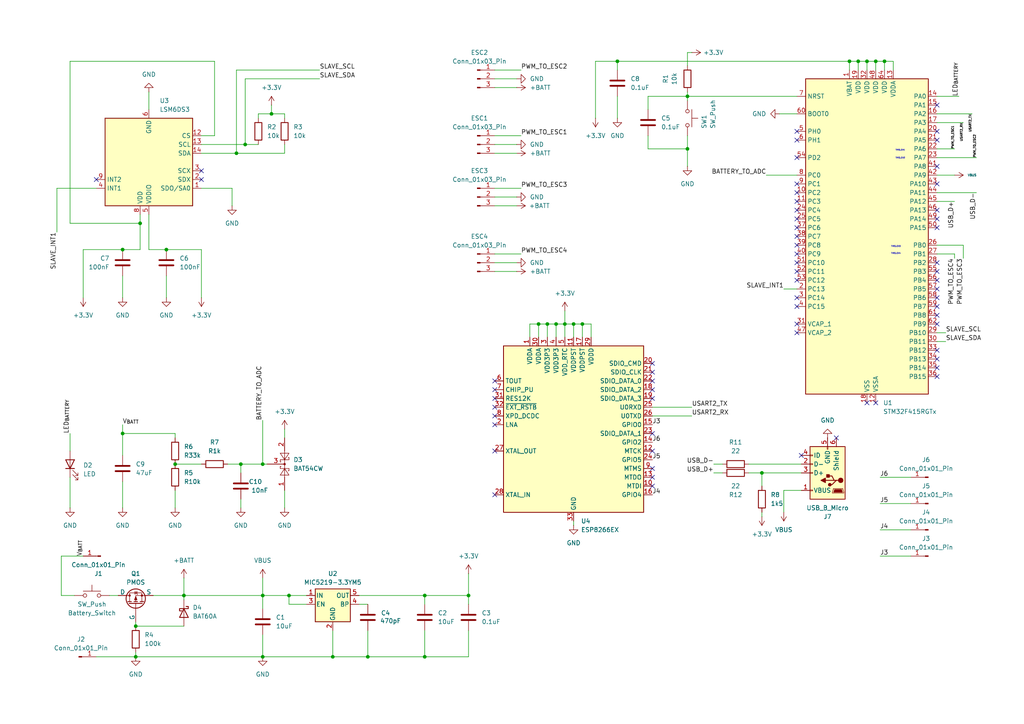
<source format=kicad_sch>
(kicad_sch (version 20250114) (generator "eeschema") (generator_version "9.0")
  (paper "A4")
  (title_block (title "Drone V1") (date "2025/09/16") (rev "1") (company "S'thabiso Lushaba") (comment 1 "sthabisoslushaba@gmail.com"))
  (lib_symbols
    (symbol "Connector:Conn_01x01_Pin" (pin_names (offset 1.016) (hide yes))
      (property "Reference" "J" (at 0 2.54 0))
      (property "Value" "Conn_01x01_Pin" (at 0 -2.54 0))
      (symbol "Conn_01x01_Pin_1_1"
        (pin passive line (at 5.08 0 180) (length 3.81) (name "Pin_1") (number "1"))
      )
    )
    (symbol "Connector:Conn_01x03_Pin" (pin_names (offset 1.016) (hide yes))
      (property "Reference" "J" (at 0 5.08 0))
      (property "Value" "Conn_01x03_Pin" (at 0 -5.08 0))
      (symbol "Conn_01x03_Pin_1_1"
        (pin passive line (at 5.08 2.54 180) (length 3.81) (name "Pin_1") (number "1"))
        (pin passive line (at 5.08 0 180) (length 3.81) (name "Pin_2") (number "2"))
        (pin passive line (at 5.08 -2.54 180) (length 3.81) (name "Pin_3") (number "3"))
      )
    )
    (symbol "Connector:USB_B_Micro" (pin_names (offset 1.016))
      (property "Reference" "J" (at -5.08 11.43 0))
      (property "Value" "USB_B_Micro" (at -5.08 8.89 0))
      (symbol "USB_B_Micro_1_1"
        (pin passive line (at -2.54 -10.16 90) (length 2.54) (name "Shield") (number "6"))
        (pin power_out line (at 0 -10.16 90) (length 2.54) (name "GND") (number "5"))
        (pin power_out line (at 7.62 5.08 180) (length 2.54) (name "VBUS") (number "1"))
        (pin bidirectional line (at 7.62 0 180) (length 2.54) (name "D+") (number "3"))
        (pin bidirectional line (at 7.62 -2.54 180) (length 2.54) (name "D-") (number "2"))
        (pin passive line (at 7.62 -5.08 180) (length 2.54) (name "ID") (number "4"))
      )
    )
    (symbol "Device:C" (pin_numbers (hide yes)) (pin_names (offset 0.254))
      (property "Reference" "C" (at 0.635 2.54 0))
      (property "Value" "C" (at 0.635 -2.54 0))
      (symbol "C_1_1"
        (pin passive line (at 0 3.81 270) (length 2.794) (name "~") (number "1"))
        (pin passive line (at 0 -3.81 90) (length 2.794) (name "~") (number "2"))
      )
    )
    (symbol "Device:LED" (pin_numbers (hide yes)) (pin_names (offset 1.016) (hide yes))
      (property "Reference" "D" (at 0 2.54 0))
      (property "Value" "LED" (at 0 -2.54 0))
      (symbol "LED_1_1"
        (pin passive line (at -3.81 0 0) (length 2.54) (name "K") (number "1"))
        (pin passive line (at 3.81 0 180) (length 2.54) (name "A") (number "2"))
      )
    )
    (symbol "Device:R" (pin_numbers (hide yes)) (pin_names (offset 0))
      (property "Reference" "R" (at 2.032 0 90))
      (property "Value" "R" (at 0 0 90))
      (symbol "R_1_1"
        (pin passive line (at 0 3.81 270) (length 1.27) (name "~") (number "1"))
        (pin passive line (at 0 -3.81 90) (length 1.27) (name "~") (number "2"))
      )
    )
    (symbol "Diode:BAT54CW" (pin_names (offset 1.016))
      (property "Reference" "D" (at 0.635 -3.81 0))
      (property "Value" "BAT54CW" (at -6.35 3.175 0))
      (symbol "BAT54CW_1_1"
        (pin passive line (at -7.62 0 0) (length 3.81) (name "~") (number "1"))
        (pin passive line (at 0 -5.08 90) (length 5.08) (name "~") (number "3"))
        (pin passive line (at 7.62 0 180) (length 3.81) (name "~") (number "2"))
      )
    )
    (symbol "Diode:BAT60A" (pin_numbers (hide yes)) (pin_names (offset 1.016) (hide yes))
      (property "Reference" "D" (at 0 2.54 0))
      (property "Value" "BAT60A" (at 0 -2.54 0))
      (symbol "BAT60A_1_1"
        (pin passive line (at -3.81 0 0) (length 2.54) (name "K") (number "1"))
        (pin passive line (at 3.81 0 180) (length 2.54) (name "A") (number "2"))
      )
    )
    (symbol "MCU_Espressif:ESP8266EX"
      (property "Reference" "U" (at 0 2.54 0))
      (property "Value" "ESP8266EX" (at 0 -2.54 0))
      (symbol "ESP8266EX_1_1"
        (pin input line (at -22.86 12.7 0) (length 2.54) (name "TOUT") (number "6"))
        (pin input line (at -22.86 10.16 0) (length 2.54) (name "CHIP_PU") (number "7"))
        (pin input line (at -22.86 7.62 0) (length 2.54) (name "RES12K") (number "31"))
        (pin input line (at -22.86 5.08 0) (length 2.54) (name "~{EXT_RSTB}") (number "32"))
        (pin bidirectional line (at -22.86 2.54 0) (length 2.54) (name "XPD_DCDC") (number "8"))
        (pin bidirectional line (at -22.86 0 0) (length 2.54) (name "LNA") (number "2"))
        (pin bidirectional line (at -22.86 -7.62 0) (length 2.54) (name "XTAL_OUT") (number "27"))
        (pin bidirectional line (at -22.86 -20.32 0) (length 2.54) (name "XTAL_IN") (number "28"))
        (pin power_in line (at -12.7 25.4 270) (length 2.54) (name "VDDA") (number "1"))
        (pin power_in line (at -10.16 25.4 270) (length 2.54) (name "VDDA") (number "30"))
        (pin power_in line (at -7.62 25.4 270) (length 2.54) (name "VDD3P3") (number "3"))
        (pin power_in line (at -5.08 25.4 270) (length 2.54) (name "VDD3P3") (number "4"))
        (pin power_in line (at -2.54 25.4 270) (length 2.54) (name "VDD_RTC") (number "5"))
        (pin power_in line (at 0 25.4 270) (length 2.54) (name "VDDPST") (number "11"))
        (pin power_in line (at 0 -27.94 90) (length 2.54) (name "GND") (number "33"))
        (pin power_in line (at 2.54 25.4 270) (length 2.54) (name "VDDPST") (number "17"))
        (pin power_in line (at 5.08 25.4 270) (length 2.54) (name "VDDD") (number "29"))
        (pin bidirectional line (at 22.86 17.78 180) (length 2.54) (name "SDIO_CMD") (number "20"))
        (pin bidirectional line (at 22.86 15.24 180) (length 2.54) (name "SDIO_CLK") (number "21"))
        (pin bidirectional line (at 22.86 12.7 180) (length 2.54) (name "SDIO_DATA_0") (number "22"))
        (pin bidirectional line (at 22.86 10.16 180) (length 2.54) (name "SDIO_DATA_2") (number "18"))
        (pin bidirectional line (at 22.86 7.62 180) (length 2.54) (name "SDIO_DATA_3") (number "19"))
        (pin bidirectional line (at 22.86 5.08 180) (length 2.54) (name "U0RXD") (number "25"))
        (pin bidirectional line (at 22.86 2.54 180) (length 2.54) (name "U0TXD") (number "26"))
        (pin bidirectional line (at 22.86 0 180) (length 2.54) (name "GPIO0") (number "15"))
        (pin bidirectional line (at 22.86 -2.54 180) (length 2.54) (name "SDIO_DATA_1") (number "23"))
        (pin bidirectional line (at 22.86 -5.08 180) (length 2.54) (name "GPIO2") (number "14"))
        (pin bidirectional line (at 22.86 -7.62 180) (length 2.54) (name "MTCK") (number "12"))
        (pin bidirectional line (at 22.86 -10.16 180) (length 2.54) (name "GPIO5") (number "24"))
        (pin bidirectional line (at 22.86 -12.7 180) (length 2.54) (name "MTMS") (number "9"))
        (pin bidirectional line (at 22.86 -15.24 180) (length 2.54) (name "MTDO") (number "13"))
        (pin bidirectional line (at 22.86 -17.78 180) (length 2.54) (name "MTDI") (number "10"))
        (pin bidirectional line (at 22.86 -20.32 180) (length 2.54) (name "GPIO4") (number "16"))
      )
    )
    (symbol "MCU_ST_STM32F4:STM32F415RGTx"
      (property "Reference" "U" (at -17.78 46.99 0))
      (property "Value" "STM32F415RGTx" (at 10.16 46.99 0))
      (symbol "STM32F415RGTx_1_1"
        (pin input line (at -20.32 40.64 0) (length 2.54) (name "NRST") (number "7"))
        (pin input line (at -20.32 35.56 0) (length 2.54) (name "BOOT0") (number "60"))
        (pin bidirectional line (at -20.32 30.48 0) (length 2.54) (name "PH0") (number "5"))
        (pin bidirectional line (at -20.32 27.94 0) (length 2.54) (name "PH1") (number "6"))
        (pin bidirectional line (at -20.32 22.86 0) (length 2.54) (name "PD2") (number "54"))
        (pin bidirectional line (at -20.32 17.78 0) (length 2.54) (name "PC0") (number "8"))
        (pin bidirectional line (at -20.32 15.24 0) (length 2.54) (name "PC1") (number "9"))
        (pin bidirectional line (at -20.32 12.7 0) (length 2.54) (name "PC2") (number "10"))
        (pin bidirectional line (at -20.32 10.16 0) (length 2.54) (name "PC3") (number "11"))
        (pin bidirectional line (at -20.32 7.62 0) (length 2.54) (name "PC4") (number "24"))
        (pin bidirectional line (at -20.32 5.08 0) (length 2.54) (name "PC5") (number "25"))
        (pin bidirectional line (at -20.32 2.54 0) (length 2.54) (name "PC6") (number "37"))
        (pin bidirectional line (at -20.32 0 0) (length 2.54) (name "PC7") (number "38"))
        (pin bidirectional line (at -20.32 -2.54 0) (length 2.54) (name "PC8") (number "39"))
        (pin bidirectional line (at -20.32 -5.08 0) (length 2.54) (name "PC9") (number "40"))
        (pin bidirectional line (at -20.32 -7.62 0) (length 2.54) (name "PC10") (number "51"))
        (pin bidirectional line (at -20.32 -10.16 0) (length 2.54) (name "PC11") (number "52"))
        (pin bidirectional line (at -20.32 -12.7 0) (length 2.54) (name "PC12") (number "53"))
        (pin bidirectional line (at -20.32 -15.24 0) (length 2.54) (name "PC13") (number "2"))
        (pin bidirectional line (at -20.32 -17.78 0) (length 2.54) (name "PC14") (number "3"))
        (pin bidirectional line (at -20.32 -20.32 0) (length 2.54) (name "PC15") (number "4"))
        (pin power_out line (at -20.32 -25.4 0) (length 2.54) (name "VCAP_1") (number "31"))
        (pin power_out line (at -20.32 -27.94 0) (length 2.54) (name "VCAP_2") (number "47"))
        (pin power_in line (at -5.08 48.26 270) (length 2.54) (name "VBAT") (number "1"))
        (pin power_in line (at -2.54 48.26 270) (length 2.54) (name "VDD") (number "19"))
        (pin power_in line (at 0 48.26 270) (length 2.54) (name "VDD") (number "32"))
        (pin power_in line (at 0 -48.26 90) (length 2.54) (name "VSS") (number "18"))
        (pin passive line (at 0 -48.26 90) (length 2.54) (hide yes) (name "VSS") (number "63"))
        (pin power_in line (at 2.54 48.26 270) (length 2.54) (name "VDD") (number "48"))
        (pin power_in line (at 2.54 -48.26 90) (length 2.54) (name "VSSA") (number "12"))
        (pin power_in line (at 5.08 48.26 270) (length 2.54) (name "VDD") (number "64"))
        (pin power_in line (at 7.62 48.26 270) (length 2.54) (name "VDDA") (number "13"))
        (pin bidirectional line (at 20.32 40.64 180) (length 2.54) (name "PA0") (number "14"))
        (pin bidirectional line (at 20.32 38.1 180) (length 2.54) (name "PA1") (number "15"))
        (pin bidirectional line (at 20.32 35.56 180) (length 2.54) (name "PA2") (number "16"))
        (pin bidirectional line (at 20.32 33.02 180) (length 2.54) (name "PA3") (number "17"))
        (pin bidirectional line (at 20.32 30.48 180) (length 2.54) (name "PA4") (number "20"))
        (pin bidirectional line (at 20.32 27.94 180) (length 2.54) (name "PA5") (number "21"))
        (pin bidirectional line (at 20.32 25.4 180) (length 2.54) (name "PA6") (number "22"))
        (pin bidirectional line (at 20.32 22.86 180) (length 2.54) (name "PA7") (number "23"))
        (pin bidirectional line (at 20.32 20.32 180) (length 2.54) (name "PA8") (number "41"))
        (pin bidirectional line (at 20.32 17.78 180) (length 2.54) (name "PA9") (number "42"))
        (pin bidirectional line (at 20.32 15.24 180) (length 2.54) (name "PA10") (number "43"))
        (pin bidirectional line (at 20.32 12.7 180) (length 2.54) (name "PA11") (number "44"))
        (pin bidirectional line (at 20.32 10.16 180) (length 2.54) (name "PA12") (number "45"))
        (pin bidirectional line (at 20.32 7.62 180) (length 2.54) (name "PA13") (number "46"))
        (pin bidirectional line (at 20.32 5.08 180) (length 2.54) (name "PA14") (number "49"))
        (pin bidirectional line (at 20.32 2.54 180) (length 2.54) (name "PA15") (number "50"))
        (pin bidirectional line (at 20.32 -2.54 180) (length 2.54) (name "PB0") (number "26"))
        (pin bidirectional line (at 20.32 -5.08 180) (length 2.54) (name "PB1") (number "27"))
        (pin bidirectional line (at 20.32 -7.62 180) (length 2.54) (name "PB2") (number "28"))
        (pin bidirectional line (at 20.32 -10.16 180) (length 2.54) (name "PB3") (number "55"))
        (pin bidirectional line (at 20.32 -12.7 180) (length 2.54) (name "PB4") (number "56"))
        (pin bidirectional line (at 20.32 -15.24 180) (length 2.54) (name "PB5") (number "57"))
        (pin bidirectional line (at 20.32 -17.78 180) (length 2.54) (name "PB6") (number "58"))
        (pin bidirectional line (at 20.32 -20.32 180) (length 2.54) (name "PB7") (number "59"))
        (pin bidirectional line (at 20.32 -22.86 180) (length 2.54) (name "PB8") (number "61"))
        (pin bidirectional line (at 20.32 -25.4 180) (length 2.54) (name "PB9") (number "62"))
        (pin bidirectional line (at 20.32 -27.94 180) (length 2.54) (name "PB10") (number "29"))
        (pin bidirectional line (at 20.32 -30.48 180) (length 2.54) (name "PB11") (number "30"))
        (pin bidirectional line (at 20.32 -33.02 180) (length 2.54) (name "PB12") (number "33"))
        (pin bidirectional line (at 20.32 -35.56 180) (length 2.54) (name "PB13") (number "34"))
        (pin bidirectional line (at 20.32 -38.1 180) (length 2.54) (name "PB14") (number "35"))
        (pin bidirectional line (at 20.32 -40.64 180) (length 2.54) (name "PB15") (number "36"))
      )
    )
    (symbol "Regulator_Linear:MIC5219-3.3YM5" (pin_names (offset 0.254))
      (property "Reference" "U" (at -3.81 5.715 0))
      (property "Value" "MIC5219-3.3YM5" (at 0 5.715 0))
      (symbol "MIC5219-3.3YM5_1_1"
        (pin power_in line (at -7.62 2.54 0) (length 2.54) (name "IN") (number "1"))
        (pin input line (at -7.62 0 0) (length 2.54) (name "EN") (number "3"))
        (pin power_in line (at 0 -7.62 90) (length 2.54) (name "GND") (number "2"))
        (pin power_out line (at 7.62 2.54 180) (length 2.54) (name "OUT") (number "5"))
        (pin input line (at 7.62 0 180) (length 2.54) (name "BP") (number "4"))
      )
    )
    (symbol "Sensor_Motion:LSM6DS3"
      (property "Reference" "U" (at -11.43 15.24 0))
      (property "Value" "LSM6DS3" (at -11.43 12.7 0))
      (symbol "LSM6DS3_1_1"
        (pin bidirectional line (at -15.24 7.62 0) (length 2.54) (name "SDO/SA0") (number "1"))
        (pin bidirectional line (at -15.24 5.08 0) (length 2.54) (name "SDX") (number "2"))
        (pin input line (at -15.24 2.54 0) (length 2.54) (name "SCX") (number "3"))
        (pin bidirectional line (at -15.24 -2.54 0) (length 2.54) (name "SDA") (number "14"))
        (pin input line (at -15.24 -5.08 0) (length 2.54) (name "SCL") (number "13"))
        (pin input line (at -15.24 -7.62 0) (length 2.54) (name "CS") (number "12"))
        (pin power_in line (at 0 15.24 270) (length 2.54) (name "VDDIO") (number "5"))
        (pin power_in line (at 0 -15.24 90) (length 2.54) (name "GND") (number "6"))
        (pin passive line (at 0 -15.24 90) (length 2.54) (hide yes) (name "GND") (number "7"))
        (pin power_in line (at 2.54 15.24 270) (length 2.54) (name "VDD") (number "8"))
        (pin no_connect line (at 12.7 -2.54 180) (length 3.81) (hide yes) (name "NC") (number "11"))
        (pin no_connect line (at 12.7 -5.08 180) (length 3.81) (hide yes) (name "NC") (number "10"))
        (pin output line (at 15.24 7.62 180) (length 2.54) (name "INT1") (number "4"))
        (pin output line (at 15.24 5.08 180) (length 2.54) (name "INT2") (number "9"))
      )
    )
    (symbol "Simulation_SPICE:PMOS" (pin_numbers (hide yes)) (pin_names (offset 0))
      (property "Reference" "Q" (at 5.08 1.27 0))
      (property "Value" "PMOS" (at 5.08 -1.27 0))
      (symbol "PMOS_1_1"
        (pin input line (at -5.08 0 0) (length 2.54) (name "G") (number "2"))
        (pin passive line (at 2.54 5.08 270) (length 2.54) (name "D") (number "1"))
        (pin passive line (at 2.54 -5.08 90) (length 2.54) (name "S") (number "3"))
      )
    )
    (symbol "Switch:SW_Push" (pin_numbers (hide yes)) (pin_names (offset 1.016) (hide yes))
      (property "Reference" "SW" (at 1.27 2.54 0))
      (property "Value" "SW_Push" (at 0 -1.524 0))
      (symbol "SW_Push_0_1"
        (pin passive line (at -5.08 0 0) (length 2.54) (name "1") (number "1"))
        (pin passive line (at 5.08 0 180) (length 2.54) (name "2") (number "2"))
      )
    )
    (symbol "power:+3.3V" (power) (pin_numbers (hide yes)) (pin_names (offset 0) (hide yes))
      (property "Value" "+3.3V" (at 0 3.556 0))
      (symbol "+3.3V_1_1"
        (pin power_in line (at 0 0 90) (length 0) (name "~") (number "1"))
      )
    )
    (symbol "power:+BATT" (power) (pin_numbers (hide yes)) (pin_names (offset 0) (hide yes))
      (property "Value" "+BATT" (at 0 3.556 0))
      (symbol "+BATT_1_1"
        (pin power_in line (at 0 0 90) (length 0) (name "~") (number "1"))
      )
    )
    (symbol "power:GND" (power) (pin_numbers (hide yes)) (pin_names (offset 0) (hide yes))
      (property "Value" "GND" (at 0 -3.81 0))
      (symbol "GND_1_1"
        (pin power_in line (at 0 0 270) (length 0) (name "~") (number "1"))
      )
    )
    (symbol "power:VBUS" (power) (pin_numbers (hide yes)) (pin_names (offset 0) (hide yes))
      (property "Value" "VBUS" (at 0 3.556 0))
      (symbol "VBUS_1_1"
        (pin power_in line (at 0 0 90) (length 0) (name "~") (number "1"))
      )
    )
  )
  (text "TIM3_CH3" (at 259.842 71.628 0) (effects (font (size 0.381 0.381))))
  (text "TIM3_CH2\n" (at 261.112 45.974 0) (effects (font (size 0.381 0.381))))
  (text "TIM3_CH1" (at 261.112 43.688 0) (effects (font (size 0.381 0.381))))
  (text "TIM3_CH4\n" (at 259.842 73.66 0) (effects (font (size 0.381 0.381))))
  (junction (at 71.12 41.91))
  (junction (at 251.46 17.78))
  (junction (at 248.92 17.78))
  (junction (at 78.74 33.02))
  (junction (at 40.64 64.77))
  (junction (at 156.21 93.98))
  (junction (at 76.2 172.72))
  (junction (at 76.2 190.5))
  (junction (at 69.85 134.62))
  (junction (at 96.52 190.5))
  (junction (at 161.29 93.98))
  (junction (at 48.26 72.39))
  (junction (at 254 17.78))
  (junction (at 83.82 172.72))
  (junction (at 135.89 172.72))
  (junction (at 53.34 172.72))
  (junction (at 179.07 17.78))
  (junction (at 35.56 72.39))
  (junction (at 168.91 93.98))
  (junction (at 68.58 44.45))
  (junction (at 163.83 93.98))
  (junction (at 166.37 93.98))
  (junction (at 123.19 172.72))
  (junction (at 39.37 181.61))
  (junction (at 76.2 134.62))
  (junction (at 199.39 43.18))
  (junction (at 220.98 137.16))
  (junction (at 106.68 190.5))
  (junction (at 123.19 190.5))
  (junction (at 50.8 134.62))
  (junction (at 246.38 17.78))
  (junction (at 158.75 93.98))
  (junction (at 199.39 27.94))
  (junction (at 35.56 125.73))
  (junction (at 39.37 190.5))
  (junction (at 256.54 17.78))
  (no_connect (at 189.23 107.95))
  (no_connect (at 271.78 81.28))
  (no_connect (at 58.42 52.07))
  (no_connect (at 271.78 88.9))
  (no_connect (at 231.14 60.96))
  (no_connect (at 231.14 66.04))
  (no_connect (at 231.14 76.2))
  (no_connect (at 189.23 113.03))
  (no_connect (at 231.14 88.9))
  (no_connect (at 242.57 127))
  (no_connect (at 231.14 93.98))
  (no_connect (at 189.23 130.81))
  (no_connect (at 231.14 53.34))
  (no_connect (at 143.51 113.03))
  (no_connect (at 143.51 118.11))
  (no_connect (at 143.51 120.65))
  (no_connect (at 271.78 60.96))
  (no_connect (at 271.78 104.14))
  (no_connect (at 143.51 110.49))
  (no_connect (at 231.14 58.42))
  (no_connect (at 271.78 93.98))
  (no_connect (at 271.78 38.1))
  (no_connect (at 231.14 81.28))
  (no_connect (at 58.42 49.53))
  (no_connect (at 143.51 115.57))
  (no_connect (at 271.78 66.04))
  (no_connect (at 143.51 123.19))
  (no_connect (at 231.14 96.52))
  (no_connect (at 271.78 86.36))
  (no_connect (at 189.23 105.41))
  (no_connect (at 271.78 78.74))
  (no_connect (at 231.14 71.12))
  (no_connect (at 231.14 40.64))
  (no_connect (at 271.78 76.2))
  (no_connect (at 189.23 140.97))
  (no_connect (at 189.23 110.49))
  (no_connect (at 143.51 130.81))
  (no_connect (at 143.51 143.51))
  (no_connect (at 231.14 73.66))
  (no_connect (at 271.78 83.82))
  (no_connect (at 231.14 55.88))
  (no_connect (at 271.78 91.44))
  (no_connect (at 271.78 48.26))
  (no_connect (at 231.14 38.1))
  (no_connect (at 251.46 116.84))
  (no_connect (at 271.78 63.5))
  (no_connect (at 271.78 30.48))
  (no_connect (at 232.41 132.08))
  (no_connect (at 271.78 106.68))
  (no_connect (at 189.23 135.89))
  (no_connect (at 231.14 63.5))
  (no_connect (at 271.78 101.6))
  (no_connect (at 189.23 125.73))
  (no_connect (at 231.14 78.74))
  (no_connect (at 27.94 52.07))
  (no_connect (at 271.78 40.64))
  (no_connect (at 231.14 86.36))
  (no_connect (at 271.78 109.22))
  (no_connect (at 189.23 138.43))
  (no_connect (at 189.23 115.57))
  (no_connect (at 254 116.84))
  (no_connect (at 271.78 53.34))
  (no_connect (at 231.14 68.58))
  (no_connect (at 231.14 45.72))
  (wire (pts (xy 179.07 17.78) (xy 246.38 17.78)))
  (wire (pts (xy 58.42 39.37) (xy 62.23 39.37)))
  (wire (pts (xy 149.86 25.4) (xy 143.51 25.4)))
  (wire (pts (xy 281.94 33.02) (xy 271.78 33.02)))
  (wire (pts (xy 67.31 54.61) (xy 67.31 59.69)))
  (wire (pts (xy 58.42 54.61) (xy 67.31 54.61)))
  (wire (pts (xy 187.96 31.75) (xy 187.96 27.94)))
  (wire (pts (xy 217.17 137.16) (xy 220.98 137.16)))
  (wire (pts (xy 161.29 93.98) (xy 163.83 93.98)))
  (wire (pts (xy 248.92 17.78) (xy 248.92 20.32)))
  (wire (pts (xy 279.4 71.12) (xy 271.78 71.12)))
  (wire (pts (xy 20.32 138.43) (xy 20.32 147.32)))
  (wire (pts (xy 256.54 17.78) (xy 259.08 17.78)))
  (wire (pts (xy 50.8 142.24) (xy 50.8 147.32)))
  (wire (pts (xy 48.26 80.01) (xy 48.26 86.36)))
  (wire (pts (xy 283.21 45.72) (xy 271.78 45.72)))
  (wire (pts (xy 27.94 54.61) (xy 16.51 54.61)))
  (wire (pts (xy 254 17.78) (xy 254 20.32)))
  (wire (pts (xy 78.74 30.48) (xy 78.74 33.02)))
  (wire (pts (xy 83.82 172.72) (xy 88.9 172.72)))
  (wire (pts (xy 69.85 134.62) (xy 69.85 137.16)))
  (wire (pts (xy 168.91 93.98) (xy 171.45 93.98)))
  (wire (pts (xy 153.67 97.79) (xy 153.67 93.98)))
  (wire (pts (xy 35.56 123.19) (xy 35.56 125.73)))
  (wire (pts (xy 53.34 172.72) (xy 53.34 173.99)))
  (wire (pts (xy 187.96 27.94) (xy 199.39 27.94)))
  (wire (pts (xy 179.07 17.78) (xy 179.07 20.32)))
  (wire (pts (xy 255.27 161.29) (xy 264.16 161.29)))
  (wire (pts (xy 24.13 72.39) (xy 35.56 72.39)))
  (wire (pts (xy 106.68 182.88) (xy 106.68 190.5)))
  (wire (pts (xy 217.17 134.62) (xy 232.41 134.62)))
  (wire (pts (xy 158.75 93.98) (xy 158.75 97.79)))
  (wire (pts (xy 74.93 33.02) (xy 78.74 33.02)))
  (wire (pts (xy 82.55 33.02) (xy 82.55 34.29)))
  (wire (pts (xy 276.86 73.66) (xy 271.78 73.66)))
  (wire (pts (xy 251.46 17.78) (xy 251.46 20.32)))
  (wire (pts (xy 172.72 34.29) (xy 172.72 17.78)))
  (wire (pts (xy 256.54 17.78) (xy 256.54 20.32)))
  (wire (pts (xy 158.75 93.98) (xy 161.29 93.98)))
  (wire (pts (xy 50.8 125.73) (xy 50.8 127)))
  (wire (pts (xy 220.98 148.59) (xy 220.98 149.86)))
  (wire (pts (xy 163.83 93.98) (xy 166.37 93.98)))
  (wire (pts (xy 39.37 189.23) (xy 39.37 190.5)))
  (wire (pts (xy 246.38 17.78) (xy 248.92 17.78)))
  (wire (pts (xy 74.93 33.02) (xy 74.93 34.29)))
  (wire (pts (xy 58.42 41.91) (xy 71.12 41.91)))
  (wire (pts (xy 71.12 41.91) (xy 71.12 22.86)))
  (wire (pts (xy 279.4 74.93) (xy 279.4 71.12)))
  (wire (pts (xy 40.64 64.77) (xy 40.64 72.39)))
  (wire (pts (xy 227.33 142.24) (xy 232.41 142.24)))
  (wire (pts (xy 17.78 172.72) (xy 21.59 172.72)))
  (wire (pts (xy 71.12 41.91) (xy 74.93 41.91)))
  (wire (pts (xy 168.91 93.98) (xy 168.91 97.79)))
  (wire (pts (xy 76.2 190.5) (xy 96.52 190.5)))
  (wire (pts (xy 207.01 134.62) (xy 209.55 134.62)))
  (wire (pts (xy 123.19 182.88) (xy 123.19 190.5)))
  (wire (pts (xy 62.23 17.78) (xy 20.32 17.78)))
  (wire (pts (xy 20.32 125.73) (xy 20.32 130.81)))
  (wire (pts (xy 123.19 172.72) (xy 135.89 172.72)))
  (wire (pts (xy 53.34 172.72) (xy 76.2 172.72)))
  (wire (pts (xy 53.34 167.64) (xy 53.34 172.72)))
  (wire (pts (xy 149.86 78.74) (xy 143.51 78.74)))
  (wire (pts (xy 88.9 175.26) (xy 83.82 175.26)))
  (wire (pts (xy 66.04 134.62) (xy 69.85 134.62)))
  (wire (pts (xy 104.14 175.26) (xy 106.68 175.26)))
  (wire (pts (xy 69.85 144.78) (xy 69.85 147.32)))
  (wire (pts (xy 68.58 44.45) (xy 82.55 44.45)))
  (wire (pts (xy 166.37 93.98) (xy 168.91 93.98)))
  (wire (pts (xy 76.2 172.72) (xy 83.82 172.72)))
  (wire (pts (xy 227.33 148.59) (xy 227.33 142.24)))
  (wire (pts (xy 104.14 172.72) (xy 123.19 172.72)))
  (wire (pts (xy 187.96 39.37) (xy 187.96 43.18)))
  (wire (pts (xy 187.96 43.18) (xy 199.39 43.18)))
  (wire (pts (xy 151.13 73.66) (xy 143.51 73.66)))
  (wire (pts (xy 44.45 172.72) (xy 53.34 172.72)))
  (wire (pts (xy 255.27 146.05) (xy 264.16 146.05)))
  (wire (pts (xy 149.86 59.69) (xy 143.51 59.69)))
  (wire (pts (xy 274.32 99.06) (xy 271.78 99.06)))
  (wire (pts (xy 83.82 175.26) (xy 83.82 172.72)))
  (wire (pts (xy 43.18 62.23) (xy 43.18 72.39)))
  (wire (pts (xy 40.64 72.39) (xy 35.56 72.39)))
  (wire (pts (xy 163.83 93.98) (xy 163.83 97.79)))
  (wire (pts (xy 58.42 44.45) (xy 68.58 44.45)))
  (wire (pts (xy 69.85 134.62) (xy 76.2 134.62)))
  (wire (pts (xy 276.86 58.42) (xy 271.78 58.42)))
  (wire (pts (xy 39.37 190.5) (xy 76.2 190.5)))
  (wire (pts (xy 20.32 64.77) (xy 40.64 64.77)))
  (wire (pts (xy 199.39 29.21) (xy 199.39 27.94)))
  (wire (pts (xy 135.89 166.37) (xy 135.89 172.72)))
  (wire (pts (xy 199.39 26.67) (xy 199.39 27.94)))
  (wire (pts (xy 166.37 151.13) (xy 166.37 152.4)))
  (wire (pts (xy 222.25 50.8) (xy 231.14 50.8)))
  (wire (pts (xy 78.74 33.02) (xy 82.55 33.02)))
  (wire (pts (xy 24.13 72.39) (xy 24.13 86.36)))
  (wire (pts (xy 276.86 74.93) (xy 276.86 73.66)))
  (wire (pts (xy 246.38 17.78) (xy 246.38 20.32)))
  (wire (pts (xy 207.01 137.16) (xy 209.55 137.16)))
  (wire (pts (xy 151.13 20.32) (xy 143.51 20.32)))
  (wire (pts (xy 200.66 120.65) (xy 189.23 120.65)))
  (wire (pts (xy 43.18 31.75) (xy 43.18 26.67)))
  (wire (pts (xy 199.39 27.94) (xy 231.14 27.94)))
  (wire (pts (xy 199.39 39.37) (xy 199.39 43.18)))
  (wire (pts (xy 27.94 190.5) (xy 39.37 190.5)))
  (wire (pts (xy 283.21 55.88) (xy 271.78 55.88)))
  (wire (pts (xy 255.27 138.43) (xy 264.16 138.43)))
  (wire (pts (xy 39.37 180.34) (xy 39.37 181.61)))
  (wire (pts (xy 220.98 137.16) (xy 220.98 140.97)))
  (wire (pts (xy 35.56 80.01) (xy 35.56 86.36)))
  (wire (pts (xy 17.78 161.29) (xy 24.13 161.29)))
  (wire (pts (xy 35.56 125.73) (xy 35.56 132.08)))
  (wire (pts (xy 76.2 172.72) (xy 76.2 176.53)))
  (wire (pts (xy 171.45 93.98) (xy 171.45 97.79)))
  (wire (pts (xy 35.56 139.7) (xy 35.56 147.32)))
  (wire (pts (xy 43.18 72.39) (xy 48.26 72.39)))
  (wire (pts (xy 231.14 33.02) (xy 226.06 33.02)))
  (wire (pts (xy 199.39 15.24) (xy 199.39 19.05)))
  (wire (pts (xy 62.23 39.37) (xy 62.23 17.78)))
  (wire (pts (xy 68.58 20.32) (xy 92.71 20.32)))
  (wire (pts (xy 82.55 124.46) (xy 82.55 127)))
  (wire (pts (xy 151.13 54.61) (xy 143.51 54.61)))
  (wire (pts (xy 20.32 17.78) (xy 20.32 64.77)))
  (wire (pts (xy 82.55 142.24) (xy 82.55 147.32)))
  (wire (pts (xy 153.67 93.98) (xy 156.21 93.98)))
  (wire (pts (xy 166.37 93.98) (xy 166.37 97.79)))
  (wire (pts (xy 16.51 54.61) (xy 16.51 67.31)))
  (wire (pts (xy 149.86 76.2) (xy 143.51 76.2)))
  (wire (pts (xy 58.42 72.39) (xy 48.26 72.39)))
  (wire (pts (xy 76.2 167.64) (xy 76.2 172.72)))
  (wire (pts (xy 40.64 62.23) (xy 40.64 64.77)))
  (wire (pts (xy 82.55 44.45) (xy 82.55 41.91)))
  (wire (pts (xy 58.42 72.39) (xy 58.42 86.36)))
  (wire (pts (xy 76.2 134.62) (xy 77.47 134.62)))
  (wire (pts (xy 278.13 27.94) (xy 271.78 27.94)))
  (wire (pts (xy 143.51 22.86) (xy 149.86 22.86)))
  (wire (pts (xy 279.4 35.56) (xy 271.78 35.56)))
  (wire (pts (xy 259.08 17.78) (xy 259.08 20.32)))
  (wire (pts (xy 123.19 190.5) (xy 135.89 190.5)))
  (wire (pts (xy 123.19 175.26) (xy 123.19 172.72)))
  (wire (pts (xy 227.33 83.82) (xy 231.14 83.82)))
  (wire (pts (xy 156.21 93.98) (xy 156.21 97.79)))
  (wire (pts (xy 200.66 118.11) (xy 189.23 118.11)))
  (wire (pts (xy 248.92 17.78) (xy 251.46 17.78)))
  (wire (pts (xy 199.39 48.26) (xy 199.39 43.18)))
  (wire (pts (xy 17.78 161.29) (xy 17.78 172.72)))
  (wire (pts (xy 271.78 43.18) (xy 276.86 43.18)))
  (wire (pts (xy 255.27 153.67) (xy 264.16 153.67)))
  (wire (pts (xy 76.2 121.92) (xy 76.2 134.62)))
  (wire (pts (xy 163.83 90.17) (xy 163.83 93.98)))
  (wire (pts (xy 149.86 57.15) (xy 143.51 57.15)))
  (wire (pts (xy 35.56 125.73) (xy 50.8 125.73)))
  (wire (pts (xy 50.8 134.62) (xy 58.42 134.62)))
  (wire (pts (xy 135.89 175.26) (xy 135.89 172.72)))
  (wire (pts (xy 31.75 172.72) (xy 34.29 172.72)))
  (wire (pts (xy 179.07 27.94) (xy 179.07 34.29)))
  (wire (pts (xy 274.32 96.52) (xy 271.78 96.52)))
  (wire (pts (xy 96.52 182.88) (xy 96.52 190.5)))
  (wire (pts (xy 151.13 39.37) (xy 143.51 39.37)))
  (wire (pts (xy 149.86 44.45) (xy 143.51 44.45)))
  (wire (pts (xy 149.86 41.91) (xy 143.51 41.91)))
  (wire (pts (xy 172.72 17.78) (xy 179.07 17.78)))
  (wire (pts (xy 156.21 93.98) (xy 158.75 93.98)))
  (wire (pts (xy 39.37 181.61) (xy 53.34 181.61)))
  (wire (pts (xy 251.46 17.78) (xy 254 17.78)))
  (wire (pts (xy 96.52 190.5) (xy 106.68 190.5)))
  (wire (pts (xy 106.68 190.5) (xy 123.19 190.5)))
  (wire (pts (xy 161.29 93.98) (xy 161.29 97.79)))
  (wire (pts (xy 76.2 184.15) (xy 76.2 190.5)))
  (wire (pts (xy 68.58 44.45) (xy 68.58 20.32)))
  (wire (pts (xy 220.98 137.16) (xy 232.41 137.16)))
  (wire (pts (xy 199.39 15.24) (xy 200.66 15.24)))
  (wire (pts (xy 135.89 182.88) (xy 135.89 190.5)))
  (wire (pts (xy 254 17.78) (xy 256.54 17.78)))
  (wire (pts (xy 71.12 22.86) (xy 92.71 22.86)))
  (wire (pts (xy 276.86 50.8) (xy 271.78 50.8)))
  (label "J3" (at 255.27 161.29 0))
  (label "PWM_TO_ESC2" (at 151.13 20.32 0))
  (label "SLAVE_SDA" (at 92.71 22.86 0))
  (label "SLAVE_INT1" (at 16.51 67.31 270))
  (label "J4" (at 255.27 153.67 0))
  (label "SLAVE_INT1" (at 227.33 83.82 180))
  (label "USB_D+" (at 276.86 58.42 270))
  (label "USART2_RX" (at 279.4 35.56 270) (effects (font (size 0.635 0.635))))
  (label "USART2_RX" (at 200.66 120.65 0))
  (label "J5" (at 255.27 146.05 0))
  (label "PWM_TO_ESC2" (at 283.21 45.72 90) (effects (font (size 0.635 0.635))))
  (label "V_{BATT}" (at 35.56 123.19 0))
  (label "PWM_TO_ESC3" (at 151.13 54.61 0))
  (label "SLAVE_SDA" (at 274.32 99.06 0))
  (label "BATTERY_TO_ADC" (at 76.2 121.92 90))
  (label "J6" (at 189.23 128.27 0))
  (label "USB_D+" (at 207.01 137.16 180))
  (label "PWM_TO_ESC4" (at 151.13 73.66 0))
  (label "BATTERY_TO_ADC" (at 222.25 50.8 180))
  (label "PWM_TO_ESC1" (at 151.13 39.37 0))
  (label "J5" (at 189.23 133.35 0))
  (label "J3" (at 189.23 123.19 0))
  (label "PWM_TO_ESC3" (at 279.4 74.93 270))
  (label "USB_D-" (at 207.01 134.62 180))
  (label "PWM_TO_ESC1" (at 276.86 43.18 90) (effects (font (size 0.635 0.635))))
  (label "V_{BATT}" (at 24.13 161.29 90))
  (label "PWM_TO_ESC4" (at 276.86 74.93 270))
  (label "SLAVE_SCL" (at 274.32 96.52 0))
  (label "LED_{BATTERY}" (at 278.13 27.94 90))
  (label "J4" (at 189.23 143.51 0))
  (label "USART2_TX" (at 200.66 118.11 0))
  (label "J6" (at 255.27 138.43 0))
  (label "LED_{BATTERY}" (at 20.32 125.73 90))
  (label "SLAVE_SCL" (at 92.71 20.32 0))
  (label "USB_D-" (at 283.21 55.88 270))
  (label "USART2_TX" (at 281.94 33.02 270) (effects (font (size 0.635 0.635))))
  (symbol (lib_id "Device:C") (at 179.07 24.13 0) (unit 1)
    (property "Reference" "C8" (at 182.88 22.8599 0) (effects (justify left)))
    (property "Value" "0.1uF" (at 182.88 25.3999 0) (effects (justify left)))
    (property "Description" "Unpolarized capacitor" (effects (hide yes)))
  )
  (symbol (lib_id "Device:R") (at 39.37 185.42 0) (unit 1)
    (property "Reference" "R4" (at 41.91 184.1499 0) (effects (justify left)))
    (property "Value" "100k" (at 41.91 186.6899 0) (effects (justify left)))
    (property "Description" "Resistor" (effects (hide yes)))
  )
  (symbol (lib_id "Device:R") (at 50.8 138.43 0) (unit 1)
    (property "Reference" "R5" (at 53.34 137.1599 0) (effects (justify left)))
    (property "Value" "R10k" (at 53.34 139.6999 0) (effects (justify left)))
    (property "Description" "Resistor" (effects (hide yes)))
  )
  (symbol (lib_id "Connector:Conn_01x03_Pin") (at 138.43 41.91 0) (unit 1)
    (property "Reference" "ESC1" (at 139.065 34.29 0))
    (property "Value" "Conn_01x03_Pin" (at 139.065 36.83 0))
    (property "Description" "Generic connector, single row, 01x03, script generated" (effects (hide yes)))
  )
  (symbol (lib_id "power:GND") (at 69.85 147.32 0) (unit 1)
    (property "Reference" "#PWR027" (effects (hide yes)))
    (property "Value" "GND" (at 69.85 152.4 0))
    (property "Description" "Power symbol creates a global label with name \"GND\" , ground" (effects (hide yes)))
  )
  (symbol (lib_id "Device:C") (at 135.89 179.07 0) (unit 1)
    (property "Reference" "C3" (at 139.7 177.7999 0) (effects (justify left)))
    (property "Value" "0.1uF" (at 139.7 180.3399 0) (effects (justify left)))
    (property "Description" "Unpolarized capacitor" (effects (hide yes)))
  )
  (symbol (lib_id "Device:R") (at 50.8 130.81 0) (unit 1)
    (property "Reference" "R6" (at 53.34 129.5399 0) (effects (justify left)))
    (property "Value" "R33k" (at 53.34 132.0799 0) (effects (justify left)))
    (property "Description" "Resistor" (effects (hide yes)))
  )
  (symbol (lib_id "Device:C") (at 35.56 76.2 0) (mirror y) (unit 1)
    (property "Reference" "C7" (at 31.75 74.9299 0) (effects (justify left)))
    (property "Value" "100nF" (at 31.75 77.4699 0) (effects (justify left)))
    (property "Description" "Unpolarized capacitor" (effects (hide yes)))
  )
  (symbol (lib_id "power:GND") (at 149.86 76.2 90) (unit 1)
    (property "Reference" "#PWR018" (effects (hide yes)))
    (property "Value" "GND" (at 153.67 76.1999 90) (effects (justify right)))
    (property "Description" "Power symbol creates a global label with name \"GND\" , ground" (effects (hide yes)))
  )
  (symbol (lib_id "power:+3.3V") (at 200.66 15.24 270) (unit 1)
    (property "Reference" "#PWR014" (effects (hide yes)))
    (property "Value" "+3.3V" (at 203.962 15.24 90) (effects (justify left)))
    (property "Description" "Power symbol creates a global label with name \"+3.3V\"" (effects (hide yes)))
  )
  (symbol (lib_id "Device:R") (at 62.23 134.62 270) (unit 1)
    (property "Reference" "R7" (at 62.23 128.27 90))
    (property "Value" "R1k" (at 62.23 130.81 90))
    (property "Description" "Resistor" (effects (hide yes)))
  )
  (symbol (lib_id "Sensor_Motion:LSM6DS3") (at 43.18 46.99 180) (unit 1)
    (property "Reference" "U3" (at 46.2981 29.21 0) (effects (justify right)))
    (property "Value" "LSM6DS3" (at 46.2981 31.75 0) (effects (justify right)))
    (property "Footprint" "Package_LGA:LGA-14_3x2.5mm_P0.5mm_LayoutBorder3x4y" (effects (hide yes)))
    (property "Datasheet" "https://www.st.com/resource/en/datasheet/lsm6ds3tr-c.pdf" (effects (hide yes)))
    (property "Description" "I2C/SPI, iNEMO inertial module: always-on 3D accelerometer and 3D gyroscope" (effects (hide yes)))
  )
  (symbol (lib_id "power:GND") (at 149.86 41.91 90) (unit 1)
    (property "Reference" "#PWR016" (effects (hide yes)))
    (property "Value" "GND" (at 153.67 41.9099 90) (effects (justify right)))
    (property "Description" "Power symbol creates a global label with name \"GND\" , ground" (effects (hide yes)))
  )
  (symbol (lib_id "power:GND") (at 226.06 33.02 270) (unit 1)
    (property "Reference" "#PWR01" (effects (hide yes)))
    (property "Value" "GND" (at 222.25 33.0199 90) (effects (justify right)))
    (property "Description" "Power symbol creates a global label with name \"GND\" , ground" (effects (hide yes)))
  )
  (symbol (lib_id "Switch:SW_Push") (at 199.39 34.29 270) (mirror x) (unit 1)
    (property "Reference" "SW1" (at 204.216 37.338 0) (effects (justify left)))
    (property "Value" "SW_Push" (at 206.756 37.338 0) (effects (justify left)))
    (property "Description" "Push button switch, generic, two pins" (effects (hide yes)))
  )
  (symbol (lib_id "power:VBUS") (at 276.86 50.8 270) (unit 1)
    (property "Reference" "#PWR037" (effects (hide yes)))
    (property "Value" "VBUS" (at 280.67 50.8 90) (effects (font (size 0.635 0.635)) (justify left)))
    (property "Description" "Power symbol creates a global label with name \"VBUS\"" (effects (hide yes)))
  )
  (symbol (lib_id "Connector:Conn_01x01_Pin") (at 29.21 161.29 180) (unit 1)
    (property "Reference" "J1" (at 28.575 166.37 0))
    (property "Value" "Conn_01x01_Pin" (at 28.575 163.83 0))
    (property "Description" "Generic connector, single row, 01x01, script generated" (effects (hide yes)))
  )
  (symbol (lib_id "power:GND") (at 35.56 86.36 0) (mirror y) (unit 1)
    (property "Reference" "#PWR06" (effects (hide yes)))
    (property "Value" "GND" (at 35.56 91.44 0))
    (property "Description" "Power symbol creates a global label with name \"GND\" , ground" (effects (hide yes)))
  )
  (symbol (lib_id "Regulator_Linear:MIC5219-3.3YM5") (at 96.52 175.26 0) (unit 1)
    (property "Reference" "U2" (at 96.52 166.37 0))
    (property "Value" "MIC5219-3.3YM5" (at 96.52 168.91 0))
    (property "Footprint" "Package_TO_SOT_SMD:SOT-23-5" (effects (hide yes)))
    (property "Datasheet" "http://ww1.microchip.com/downloads/en/DeviceDoc/MIC5219-500mA-Peak-Output-LDO-Regulator-DS20006021A.pdf" (effects (hide yes)))
    (property "Description" "500mA low dropout linear regulator, fixed 3.3V output, SOT-23-5" (effects (hide yes)))
  )
  (symbol (lib_id "Switch:SW_Push") (at 26.67 172.72 0) (unit 1)
    (property "Reference" "Battery_Switch" (at 26.67 177.8 0))
    (property "Value" "SW_Push" (at 26.67 175.26 0))
    (property "Description" "Push button switch, generic, two pins" (effects (hide yes)))
  )
  (symbol (lib_id "power:+3.3V") (at 82.55 124.46 0) (mirror y) (unit 1)
    (property "Reference" "#PWR030" (effects (hide yes)))
    (property "Value" "+3.3V" (at 82.55 119.38 0))
    (property "Description" "Power symbol creates a global label with name \"+3.3V\"" (effects (hide yes)))
  )
  (symbol (lib_id "Device:C") (at 76.2 180.34 0) (unit 1)
    (property "Reference" "C1" (at 80.01 179.0699 0) (effects (justify left)))
    (property "Value" "10uF" (at 80.01 181.6099 0) (effects (justify left)))
    (property "Description" "Unpolarized capacitor" (effects (hide yes)))
  )
  (symbol (lib_id "Device:C") (at 48.26 76.2 0) (unit 1)
    (property "Reference" "C6" (at 52.07 74.9299 0) (effects (justify left)))
    (property "Value" "100nF" (at 52.07 77.4699 0) (effects (justify left)))
    (property "Description" "Unpolarized capacitor" (effects (hide yes)))
  )
  (symbol (lib_id "MCU_Espressif:ESP8266EX") (at 166.37 123.19 0) (unit 1)
    (property "Reference" "U4" (at 168.5133 151.13 0) (effects (justify left)))
    (property "Value" "ESP8266EX" (at 168.5133 153.67 0) (effects (justify left)))
    (property "Footprint" "Package_DFN_QFN:QFN-32-1EP_5x5mm_P0.5mm_EP3.45x3.45mm" (effects (hide yes)))
    (property "Datasheet" "http://espressif.com/sites/default/files/documentation/0a-esp8266ex_datasheet_en.pdf" (effects (hide yes)))
    (property "Description" "Highly integrated Wi-Fi SoC, QFN-32" (effects (hide yes)))
  )
  (symbol (lib_id "power:GND") (at 179.07 34.29 0) (unit 1)
    (property "Reference" "#PWR09" (effects (hide yes)))
    (property "Value" "GND" (at 179.07 39.37 0))
    (property "Description" "Power symbol creates a global label with name \"GND\" , ground" (effects (hide yes)))
  )
  (symbol (lib_id "power:+3.3V") (at 163.83 90.17 0) (unit 1)
    (property "Reference" "#PWR029" (effects (hide yes)))
    (property "Value" "+3.3V" (at 163.83 85.09 0))
    (property "Description" "Power symbol creates a global label with name \"+3.3V\"" (effects (hide yes)))
  )
  (symbol (lib_id "power:GND") (at 82.55 147.32 0) (mirror y) (unit 1)
    (property "Reference" "#PWR031" (effects (hide yes)))
    (property "Value" "GND" (at 82.55 152.4 0))
    (property "Description" "Power symbol creates a global label with name \"GND\" , ground" (effects (hide yes)))
  )
  (symbol (lib_id "Connector:Conn_01x01_Pin") (at 22.86 190.5 0) (unit 1)
    (property "Reference" "J2" (at 23.495 185.42 0))
    (property "Value" "Conn_01x01_Pin" (at 23.495 187.96 0))
    (property "Description" "Generic connector, single row, 01x01, script generated" (effects (hide yes)))
  )
  (symbol (lib_id "power:GND") (at 39.37 190.5 0) (unit 1)
    (property "Reference" "#PWR025" (effects (hide yes)))
    (property "Value" "GND" (at 39.37 195.58 0))
    (property "Description" "Power symbol creates a global label with name \"GND\" , ground" (effects (hide yes)))
  )
  (symbol (lib_id "Device:R") (at 220.98 144.78 0) (unit 1)
    (property "Reference" "R8" (at 223.52 143.5099 0) (effects (justify left)))
    (property "Value" "1k5" (at 223.52 146.0499 0) (effects (justify left)))
    (property "Description" "Resistor" (effects (hide yes)))
  )
  (symbol (lib_id "power:GND") (at 35.56 147.32 0) (unit 1)
    (property "Reference" "#PWR020" (effects (hide yes)))
    (property "Value" "GND" (at 35.56 152.4 0))
    (property "Description" "Power symbol creates a global label with name \"GND\" , ground" (effects (hide yes)))
  )
  (symbol (lib_id "Connector:Conn_01x01_Pin") (at 269.24 146.05 180) (unit 1)
    (property "Reference" "J5" (at 268.605 140.97 0))
    (property "Value" "Conn_01x01_Pin" (at 268.605 143.51 0))
    (property "Description" "Generic connector, single row, 01x01, script generated" (effects (hide yes)))
  )
  (symbol (lib_id "Device:C") (at 187.96 35.56 0) (unit 1)
    (property "Reference" "C5" (at 191.77 34.2899 0) (effects (justify left)))
    (property "Value" "0.1uF" (at 191.77 36.8299 0) (effects (justify left)))
    (property "Description" "Unpolarized capacitor" (effects (hide yes)))
  )
  (symbol (lib_id "Device:R") (at 74.93 38.1 0) (unit 1)
    (property "Reference" "R2" (at 77.47 36.8299 0) (effects (justify left)))
    (property "Value" "10k" (at 77.47 39.3699 0) (effects (justify left)))
    (property "Description" "Resistor" (effects (hide yes)))
  )
  (symbol (lib_id "power:GND") (at 166.37 152.4 0) (unit 1)
    (property "Reference" "#PWR032" (effects (hide yes)))
    (property "Value" "GND" (at 166.37 157.48 0))
    (property "Description" "Power symbol creates a global label with name \"GND\" , ground" (effects (hide yes)))
  )
  (symbol (lib_id "power:GND") (at 76.2 190.5 0) (unit 1)
    (property "Reference" "#PWR04" (effects (hide yes)))
    (property "Value" "GND" (at 76.2 195.58 0))
    (property "Description" "Power symbol creates a global label with name \"GND\" , ground" (effects (hide yes)))
  )
  (symbol (lib_id "Connector:Conn_01x03_Pin") (at 138.43 57.15 0) (unit 1)
    (property "Reference" "ESC3" (at 139.065 49.53 0))
    (property "Value" "Conn_01x03_Pin" (at 139.065 52.07 0))
    (property "Description" "Generic connector, single row, 01x03, script generated" (effects (hide yes)))
  )
  (symbol (lib_id "power:+BATT") (at 149.86 25.4 270) (unit 1)
    (property "Reference" "#PWR021" (effects (hide yes)))
    (property "Value" "+BATT" (at 153.67 25.3999 90) (effects (justify left)))
    (property "Description" "Power symbol creates a global label with name \"+BATT\"" (effects (hide yes)))
  )
  (symbol (lib_id "power:GND") (at 67.31 59.69 0) (unit 1)
    (property "Reference" "#PWR07" (effects (hide yes)))
    (property "Value" "GND" (at 67.31 64.77 0))
    (property "Description" "Power symbol creates a global label with name \"GND\" , ground" (effects (hide yes)))
  )
  (symbol (lib_id "power:GND") (at 48.26 86.36 0) (unit 1)
    (property "Reference" "#PWR05" (effects (hide yes)))
    (property "Value" "GND" (at 48.26 91.44 0))
    (property "Description" "Power symbol creates a global label with name \"GND\" , ground" (effects (hide yes)))
  )
  (symbol (lib_id "power:+3.3V") (at 58.42 86.36 180) (unit 1)
    (property "Reference" "#PWR011" (effects (hide yes)))
    (property "Value" "+3.3V" (at 58.42 91.44 0))
    (property "Description" "Power symbol creates a global label with name \"+3.3V\"" (effects (hide yes)))
  )
  (symbol (lib_id "power:+3.3V") (at 135.89 166.37 0) (unit 1)
    (property "Reference" "#PWR08" (effects (hide yes)))
    (property "Value" "+3.3V" (at 135.89 161.29 0))
    (property "Description" "Power symbol creates a global label with name \"+3.3V\"" (effects (hide yes)))
  )
  (symbol (lib_id "Device:R") (at 82.55 38.1 0) (unit 1)
    (property "Reference" "R3" (at 85.09 36.8299 0) (effects (justify left)))
    (property "Value" "10k" (at 85.09 39.3699 0) (effects (justify left)))
    (property "Description" "Resistor" (effects (hide yes)))
  )
  (symbol (lib_id "Connector:USB_B_Micro") (at 240.03 137.16 180) (unit 1)
    (property "Reference" "J7" (at 240.03 149.86 0))
    (property "Value" "USB_B_Micro" (at 240.03 147.32 0))
    (property "Description" "USB Micro Type B connector" (effects (hide yes)))
  )
  (symbol (lib_id "Device:C") (at 123.19 179.07 0) (unit 1)
    (property "Reference" "C2" (at 127 177.7999 0) (effects (justify left)))
    (property "Value" "10uF" (at 127 180.3399 0) (effects (justify left)))
    (property "Description" "Unpolarized capacitor" (effects (hide yes)))
  )
  (symbol (lib_id "power:+3.3V") (at 78.74 30.48 0) (unit 1)
    (property "Reference" "#PWR013" (effects (hide yes)))
    (property "Value" "+3.3V" (at 78.74 25.4 0))
    (property "Description" "Power symbol creates a global label with name \"+3.3V\"" (effects (hide yes)))
  )
  (symbol (lib_id "power:VBUS") (at 227.33 148.59 180) (unit 1)
    (property "Reference" "#PWR034" (effects (hide yes)))
    (property "Value" "VBUS" (at 227.33 153.67 0))
    (property "Description" "Power symbol creates a global label with name \"VBUS\"" (effects (hide yes)))
  )
  (symbol (lib_id "Connector:Conn_01x03_Pin") (at 138.43 22.86 0) (unit 1)
    (property "Reference" "ESC2" (at 139.065 15.24 0))
    (property "Value" "Conn_01x03_Pin" (at 139.065 17.78 0))
    (property "Description" "Generic connector, single row, 01x03, script generated" (effects (hide yes)))
  )
  (symbol (lib_id "power:GND") (at 43.18 26.67 180) (unit 1)
    (property "Reference" "#PWR03" (effects (hide yes)))
    (property "Value" "GND" (at 43.18 21.59 0))
    (property "Description" "Power symbol creates a global label with name \"GND\" , ground" (effects (hide yes)))
  )
  (symbol (lib_id "Simulation_SPICE:PMOS") (at 39.37 175.26 90) (unit 1)
    (property "Reference" "Q1" (at 39.37 166.37 90))
    (property "Value" "PMOS" (at 39.37 168.91 90))
    (property "Datasheet" "https://ngspice.sourceforge.io/docs/ngspice-html-manual/manual.xhtml#cha_MOSFETs" (effects (hide yes)))
    (property "Description" "P-MOSFET transistor, drain/source/gate" (effects (hide yes)))
    (property "Sim.Device" "PMOS" (effects (hide yes)))
    (property "Sim.Type" "VDMOS" (effects (hide yes)))
    (property "Sim.Pins" "1=D 2=G 3=S" (effects (hide yes)))
  )
  (symbol (lib_id "power:GND") (at 20.32 147.32 0) (unit 1)
    (property "Reference" "#PWR028" (effects (hide yes)))
    (property "Value" "GND" (at 20.32 152.4 0))
    (property "Description" "Power symbol creates a global label with name \"GND\" , ground" (effects (hide yes)))
  )
  (symbol (lib_id "power:GND") (at 50.8 147.32 0) (unit 1)
    (property "Reference" "#PWR026" (effects (hide yes)))
    (property "Value" "GND" (at 50.8 152.4 0))
    (property "Description" "Power symbol creates a global label with name \"GND\" , ground" (effects (hide yes)))
  )
  (symbol (lib_id "Device:C") (at 35.56 135.89 0) (unit 1)
    (property "Reference" "C9" (at 39.37 134.6199 0) (effects (justify left)))
    (property "Value" "47uF" (at 39.37 137.1599 0) (effects (justify left)))
    (property "Description" "Unpolarized capacitor" (effects (hide yes)))
  )
  (symbol (lib_id "Connector:Conn_01x01_Pin") (at 269.24 161.29 180) (unit 1)
    (property "Reference" "J3" (at 268.605 156.21 0))
    (property "Value" "Conn_01x01_Pin" (at 268.605 158.75 0))
    (property "Description" "Generic connector, single row, 01x01, script generated" (effects (hide yes)))
  )
  (symbol (lib_id "Diode:BAT60A") (at 53.34 177.8 270) (unit 1)
    (property "Reference" "D4" (at 55.88 176.2124 90) (effects (justify left)))
    (property "Value" "BAT60A" (at 55.88 178.7524 90) (effects (justify left)))
    (property "Footprint" "Diode_SMD:D_SOD-323" (effects (hide yes)))
    (property "Datasheet" "https://www.infineon.com/dgdl/Infineon-BAT60ASERIES-DS-v01_01-en.pdf?fileId=db3a304313d846880113def70c9304a9" (effects (hide yes)))
    (property "Description" "10V 3A High Current Recitifier Schottky Diode, SOD-323" (effects (hide yes)))
  )
  (symbol (lib_id "Device:C") (at 106.68 179.07 0) (unit 1)
    (property "Reference" "C4" (at 110.49 177.7999 0) (effects (justify left)))
    (property "Value" "470pF" (at 110.236 180.086 0) (effects (justify left)))
    (property "Description" "Unpolarized capacitor" (effects (hide yes)))
  )
  (symbol (lib_id "power:VBUS") (at 76.2 167.64 0) (unit 1)
    (property "Reference" "#PWR035" (effects (hide yes)))
    (property "Value" "VBUS" (at 76.2 162.56 0))
    (property "Description" "Power symbol creates a global label with name \"VBUS\"" (effects (hide yes)))
  )
  (symbol (lib_id "MCU_ST_STM32F4:STM32F415RGTx") (at 251.46 68.58 0) (unit 1)
    (property "Reference" "U1" (at 256.1433 116.84 0) (effects (justify left)))
    (property "Value" "STM32F415RGTx" (at 256.1433 119.38 0) (effects (justify left)))
    (property "Footprint" "Package_QFP:LQFP-64_10x10mm_P0.5mm" (effects (hide yes)))
    (property "Datasheet" "https://www.st.com/resource/en/datasheet/stm32f415rg.pdf" (effects (hide yes)))
    (property "Description" "STMicroelectronics Arm Cortex-M4 MCU, 1024KB flash, 192KB RAM, 168 MHz, 1.8-3.6V, 51 GPIO, LQFP64" (effects (hide yes)))
  )
  (symbol (lib_id "power:+3.3V") (at 220.98 149.86 180) (unit 1)
    (property "Reference" "#PWR036" (effects (hide yes)))
    (property "Value" "+3.3V" (at 220.98 154.94 0))
    (property "Description" "Power symbol creates a global label with name \"+3.3V\"" (effects (hide yes)))
  )
  (symbol (lib_id "Device:R") (at 213.36 137.16 90) (unit 1)
    (property "Reference" "R12" (at 213.36 143.51 90))
    (property "Value" "22" (at 213.36 140.97 90))
    (property "Description" "Resistor" (effects (hide yes)))
  )
  (symbol (lib_id "Connector:Conn_01x01_Pin") (at 269.24 138.43 180) (unit 1)
    (property "Reference" "J6" (at 268.605 133.35 0))
    (property "Value" "Conn_01x01_Pin" (at 268.605 135.89 0))
    (property "Description" "Generic connector, single row, 01x01, script generated" (effects (hide yes)))
  )
  (symbol (lib_id "power:+3.3V") (at 172.72 34.29 180) (unit 1)
    (property "Reference" "#PWR012" (effects (hide yes)))
    (property "Value" "+3.3V" (at 172.72 39.37 0))
    (property "Description" "Power symbol creates a global label with name \"+3.3V\"" (effects (hide yes)))
  )
  (symbol (lib_id "power:+3.3V") (at 24.13 86.36 180) (unit 1)
    (property "Reference" "#PWR010" (effects (hide yes)))
    (property "Value" "+3.3V" (at 24.13 91.44 0))
    (property "Description" "Power symbol creates a global label with name \"+3.3V\"" (effects (hide yes)))
  )
  (symbol (lib_id "Connector:Conn_01x03_Pin") (at 138.43 76.2 0) (unit 1)
    (property "Reference" "ESC4" (at 139.065 68.58 0))
    (property "Value" "Conn_01x03_Pin" (at 139.065 71.12 0))
    (property "Description" "Generic connector, single row, 01x03, script generated" (effects (hide yes)))
  )
  (symbol (lib_id "power:GND") (at 240.03 127 180) (unit 1)
    (property "Reference" "#PWR033" (effects (hide yes)))
    (property "Value" "GND" (at 240.03 121.92 0))
    (property "Description" "Power symbol creates a global label with name \"GND\" , ground" (effects (hide yes)))
  )
  (symbol (lib_id "power:GND") (at 149.86 22.86 90) (unit 1)
    (property "Reference" "#PWR015" (effects (hide yes)))
    (property "Value" "GND" (at 153.67 22.8599 90) (effects (justify right)))
    (property "Description" "Power symbol creates a global label with name \"GND\" , ground" (effects (hide yes)))
  )
  (symbol (lib_id "power:+BATT") (at 53.34 167.64 0) (unit 1)
    (property "Reference" "#PWR019" (effects (hide yes)))
    (property "Value" "+BATT" (at 53.34 162.56 0))
    (property "Description" "Power symbol creates a global label with name \"+BATT\"" (effects (hide yes)))
  )
  (symbol (lib_id "power:+BATT") (at 149.86 78.74 270) (unit 1)
    (property "Reference" "#PWR024" (effects (hide yes)))
    (property "Value" "+BATT" (at 153.67 78.7399 90) (effects (justify left)))
    (property "Description" "Power symbol creates a global label with name \"+BATT\"" (effects (hide yes)))
  )
  (symbol (lib_id "Device:C") (at 69.85 140.97 0) (unit 1)
    (property "Reference" "C10" (at 72.136 139.7 0) (effects (justify left)))
    (property "Value" "10nF" (at 72.898 142.24 0) (effects (justify left)))
    (property "Description" "Unpolarized capacitor" (effects (hide yes)))
  )
  (symbol (lib_id "Diode:BAT54CW") (at 82.55 134.62 270) (mirror x) (unit 1)
    (property "Reference" "D3" (at 85.09 133.3499 90) (effects (justify left)))
    (property "Value" "BAT54CW" (at 85.09 135.8899 90) (effects (justify left)))
    (property "Footprint" "Package_TO_SOT_SMD:SOT-323_SC-70" (effects (hide yes)))
    (property "Datasheet" "https://assets.nexperia.com/documents/data-sheet/BAT54W_SER.pdf" (effects (hide yes)))
    (property "Description" "Dual schottky barrier diode, common cathode, SOT-323" (effects (hide yes)))
  )
  (symbol (lib_id "power:+BATT") (at 149.86 44.45 270) (unit 1)
    (property "Reference" "#PWR022" (effects (hide yes)))
    (property "Value" "+BATT" (at 153.67 44.4499 90) (effects (justify left)))
    (property "Description" "Power symbol creates a global label with name \"+BATT\"" (effects (hide yes)))
  )
  (symbol (lib_id "Device:R") (at 199.39 22.86 180) (unit 1)
    (property "Reference" "R1" (at 193.04 22.86 90))
    (property "Value" "10k" (at 195.58 22.86 90))
    (property "Description" "Resistor" (effects (hide yes)))
  )
  (symbol (lib_id "power:+BATT") (at 149.86 59.69 270) (unit 1)
    (property "Reference" "#PWR023" (effects (hide yes)))
    (property "Value" "+BATT" (at 156.464 59.69 90))
    (property "Description" "Power symbol creates a global label with name \"+BATT\"" (effects (hide yes)))
  )
  (symbol (lib_id "Device:LED") (at 20.32 134.62 90) (unit 1)
    (property "Reference" "D2" (at 24.13 134.9374 90) (effects (justify right)))
    (property "Value" "LED" (at 24.13 137.4774 90) (effects (justify right)))
    (property "Description" "Light emitting diode" (effects (hide yes)))
    (property "Sim.Pins" "1=K 2=A" (effects (hide yes)))
  )
  (symbol (lib_id "Connector:Conn_01x01_Pin") (at 269.24 153.67 180) (unit 1)
    (property "Reference" "J4" (at 268.605 148.59 0))
    (property "Value" "Conn_01x01_Pin" (at 268.605 151.13 0))
    (property "Description" "Generic connector, single row, 01x01, script generated" (effects (hide yes)))
  )
  (symbol (lib_id "power:GND") (at 149.86 57.15 90) (unit 1)
    (property "Reference" "#PWR017" (effects (hide yes)))
    (property "Value" "GND" (at 153.67 57.1499 90) (effects (justify right)))
    (property "Description" "Power symbol creates a global label with name \"GND\" , ground" (effects (hide yes)))
  )
  (symbol (lib_id "Device:R") (at 213.36 134.62 270) (unit 1)
    (property "Reference" "R11" (at 213.36 128.27 90))
    (property "Value" "22" (at 213.36 130.81 90))
    (property "Description" "Resistor" (effects (hide yes)))
  )
  (symbol (lib_id "power:GND") (at 199.39 48.26 0) (unit 1)
    (property "Reference" "#PWR02" (effects (hide yes)))
    (property "Value" "GND" (at 199.39 53.34 0))
    (property "Description" "Power symbol creates a global label with name \"GND\" , ground" (effects (hide yes)))
  )
)
</source>
